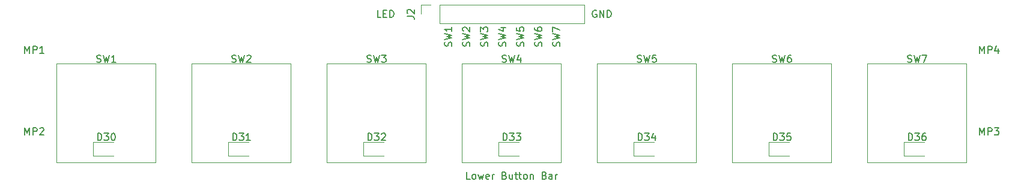
<source format=gbr>
%TF.GenerationSoftware,KiCad,Pcbnew,(5.1.9)-1*%
%TF.CreationDate,2021-05-15T10:40:31-04:00*%
%TF.ProjectId,LowerBar,4c6f7765-7242-4617-922e-6b696361645f,rev?*%
%TF.SameCoordinates,Original*%
%TF.FileFunction,Legend,Top*%
%TF.FilePolarity,Positive*%
%FSLAX46Y46*%
G04 Gerber Fmt 4.6, Leading zero omitted, Abs format (unit mm)*
G04 Created by KiCad (PCBNEW (5.1.9)-1) date 2021-05-15 10:40:31*
%MOMM*%
%LPD*%
G01*
G04 APERTURE LIST*
%ADD10C,0.150000*%
%ADD11C,0.120000*%
G04 APERTURE END LIST*
D10*
X190904761Y-60388333D02*
X190952380Y-60245476D01*
X190952380Y-60007380D01*
X190904761Y-59912142D01*
X190857142Y-59864523D01*
X190761904Y-59816904D01*
X190666666Y-59816904D01*
X190571428Y-59864523D01*
X190523809Y-59912142D01*
X190476190Y-60007380D01*
X190428571Y-60197857D01*
X190380952Y-60293095D01*
X190333333Y-60340714D01*
X190238095Y-60388333D01*
X190142857Y-60388333D01*
X190047619Y-60340714D01*
X190000000Y-60293095D01*
X189952380Y-60197857D01*
X189952380Y-59959761D01*
X190000000Y-59816904D01*
X189952380Y-59483571D02*
X190952380Y-59245476D01*
X190238095Y-59055000D01*
X190952380Y-58864523D01*
X189952380Y-58626428D01*
X189952380Y-58340714D02*
X189952380Y-57674047D01*
X190952380Y-58102619D01*
X188364761Y-60388333D02*
X188412380Y-60245476D01*
X188412380Y-60007380D01*
X188364761Y-59912142D01*
X188317142Y-59864523D01*
X188221904Y-59816904D01*
X188126666Y-59816904D01*
X188031428Y-59864523D01*
X187983809Y-59912142D01*
X187936190Y-60007380D01*
X187888571Y-60197857D01*
X187840952Y-60293095D01*
X187793333Y-60340714D01*
X187698095Y-60388333D01*
X187602857Y-60388333D01*
X187507619Y-60340714D01*
X187460000Y-60293095D01*
X187412380Y-60197857D01*
X187412380Y-59959761D01*
X187460000Y-59816904D01*
X187412380Y-59483571D02*
X188412380Y-59245476D01*
X187698095Y-59055000D01*
X188412380Y-58864523D01*
X187412380Y-58626428D01*
X187412380Y-57816904D02*
X187412380Y-58007380D01*
X187460000Y-58102619D01*
X187507619Y-58150238D01*
X187650476Y-58245476D01*
X187840952Y-58293095D01*
X188221904Y-58293095D01*
X188317142Y-58245476D01*
X188364761Y-58197857D01*
X188412380Y-58102619D01*
X188412380Y-57912142D01*
X188364761Y-57816904D01*
X188317142Y-57769285D01*
X188221904Y-57721666D01*
X187983809Y-57721666D01*
X187888571Y-57769285D01*
X187840952Y-57816904D01*
X187793333Y-57912142D01*
X187793333Y-58102619D01*
X187840952Y-58197857D01*
X187888571Y-58245476D01*
X187983809Y-58293095D01*
X185824761Y-60388333D02*
X185872380Y-60245476D01*
X185872380Y-60007380D01*
X185824761Y-59912142D01*
X185777142Y-59864523D01*
X185681904Y-59816904D01*
X185586666Y-59816904D01*
X185491428Y-59864523D01*
X185443809Y-59912142D01*
X185396190Y-60007380D01*
X185348571Y-60197857D01*
X185300952Y-60293095D01*
X185253333Y-60340714D01*
X185158095Y-60388333D01*
X185062857Y-60388333D01*
X184967619Y-60340714D01*
X184920000Y-60293095D01*
X184872380Y-60197857D01*
X184872380Y-59959761D01*
X184920000Y-59816904D01*
X184872380Y-59483571D02*
X185872380Y-59245476D01*
X185158095Y-59055000D01*
X185872380Y-58864523D01*
X184872380Y-58626428D01*
X184872380Y-57769285D02*
X184872380Y-58245476D01*
X185348571Y-58293095D01*
X185300952Y-58245476D01*
X185253333Y-58150238D01*
X185253333Y-57912142D01*
X185300952Y-57816904D01*
X185348571Y-57769285D01*
X185443809Y-57721666D01*
X185681904Y-57721666D01*
X185777142Y-57769285D01*
X185824761Y-57816904D01*
X185872380Y-57912142D01*
X185872380Y-58150238D01*
X185824761Y-58245476D01*
X185777142Y-58293095D01*
X183284761Y-60388333D02*
X183332380Y-60245476D01*
X183332380Y-60007380D01*
X183284761Y-59912142D01*
X183237142Y-59864523D01*
X183141904Y-59816904D01*
X183046666Y-59816904D01*
X182951428Y-59864523D01*
X182903809Y-59912142D01*
X182856190Y-60007380D01*
X182808571Y-60197857D01*
X182760952Y-60293095D01*
X182713333Y-60340714D01*
X182618095Y-60388333D01*
X182522857Y-60388333D01*
X182427619Y-60340714D01*
X182380000Y-60293095D01*
X182332380Y-60197857D01*
X182332380Y-59959761D01*
X182380000Y-59816904D01*
X182332380Y-59483571D02*
X183332380Y-59245476D01*
X182618095Y-59055000D01*
X183332380Y-58864523D01*
X182332380Y-58626428D01*
X182665714Y-57816904D02*
X183332380Y-57816904D01*
X182284761Y-58055000D02*
X182999047Y-58293095D01*
X182999047Y-57674047D01*
X180744761Y-60388333D02*
X180792380Y-60245476D01*
X180792380Y-60007380D01*
X180744761Y-59912142D01*
X180697142Y-59864523D01*
X180601904Y-59816904D01*
X180506666Y-59816904D01*
X180411428Y-59864523D01*
X180363809Y-59912142D01*
X180316190Y-60007380D01*
X180268571Y-60197857D01*
X180220952Y-60293095D01*
X180173333Y-60340714D01*
X180078095Y-60388333D01*
X179982857Y-60388333D01*
X179887619Y-60340714D01*
X179840000Y-60293095D01*
X179792380Y-60197857D01*
X179792380Y-59959761D01*
X179840000Y-59816904D01*
X179792380Y-59483571D02*
X180792380Y-59245476D01*
X180078095Y-59055000D01*
X180792380Y-58864523D01*
X179792380Y-58626428D01*
X179792380Y-58340714D02*
X179792380Y-57721666D01*
X180173333Y-58055000D01*
X180173333Y-57912142D01*
X180220952Y-57816904D01*
X180268571Y-57769285D01*
X180363809Y-57721666D01*
X180601904Y-57721666D01*
X180697142Y-57769285D01*
X180744761Y-57816904D01*
X180792380Y-57912142D01*
X180792380Y-58197857D01*
X180744761Y-58293095D01*
X180697142Y-58340714D01*
X178204761Y-60388333D02*
X178252380Y-60245476D01*
X178252380Y-60007380D01*
X178204761Y-59912142D01*
X178157142Y-59864523D01*
X178061904Y-59816904D01*
X177966666Y-59816904D01*
X177871428Y-59864523D01*
X177823809Y-59912142D01*
X177776190Y-60007380D01*
X177728571Y-60197857D01*
X177680952Y-60293095D01*
X177633333Y-60340714D01*
X177538095Y-60388333D01*
X177442857Y-60388333D01*
X177347619Y-60340714D01*
X177300000Y-60293095D01*
X177252380Y-60197857D01*
X177252380Y-59959761D01*
X177300000Y-59816904D01*
X177252380Y-59483571D02*
X178252380Y-59245476D01*
X177538095Y-59055000D01*
X178252380Y-58864523D01*
X177252380Y-58626428D01*
X177347619Y-58293095D02*
X177300000Y-58245476D01*
X177252380Y-58150238D01*
X177252380Y-57912142D01*
X177300000Y-57816904D01*
X177347619Y-57769285D01*
X177442857Y-57721666D01*
X177538095Y-57721666D01*
X177680952Y-57769285D01*
X178252380Y-58340714D01*
X178252380Y-57721666D01*
X175664761Y-60388333D02*
X175712380Y-60245476D01*
X175712380Y-60007380D01*
X175664761Y-59912142D01*
X175617142Y-59864523D01*
X175521904Y-59816904D01*
X175426666Y-59816904D01*
X175331428Y-59864523D01*
X175283809Y-59912142D01*
X175236190Y-60007380D01*
X175188571Y-60197857D01*
X175140952Y-60293095D01*
X175093333Y-60340714D01*
X174998095Y-60388333D01*
X174902857Y-60388333D01*
X174807619Y-60340714D01*
X174760000Y-60293095D01*
X174712380Y-60197857D01*
X174712380Y-59959761D01*
X174760000Y-59816904D01*
X174712380Y-59483571D02*
X175712380Y-59245476D01*
X174998095Y-59055000D01*
X175712380Y-58864523D01*
X174712380Y-58626428D01*
X175712380Y-57721666D02*
X175712380Y-58293095D01*
X175712380Y-58007380D02*
X174712380Y-58007380D01*
X174855238Y-58102619D01*
X174950476Y-58197857D01*
X174998095Y-58293095D01*
X165727142Y-56332380D02*
X165250952Y-56332380D01*
X165250952Y-55332380D01*
X166060476Y-55808571D02*
X166393809Y-55808571D01*
X166536666Y-56332380D02*
X166060476Y-56332380D01*
X166060476Y-55332380D01*
X166536666Y-55332380D01*
X166965238Y-56332380D02*
X166965238Y-55332380D01*
X167203333Y-55332380D01*
X167346190Y-55380000D01*
X167441428Y-55475238D01*
X167489047Y-55570476D01*
X167536666Y-55760952D01*
X167536666Y-55903809D01*
X167489047Y-56094285D01*
X167441428Y-56189523D01*
X167346190Y-56284761D01*
X167203333Y-56332380D01*
X166965238Y-56332380D01*
X196088095Y-55380000D02*
X195992857Y-55332380D01*
X195850000Y-55332380D01*
X195707142Y-55380000D01*
X195611904Y-55475238D01*
X195564285Y-55570476D01*
X195516666Y-55760952D01*
X195516666Y-55903809D01*
X195564285Y-56094285D01*
X195611904Y-56189523D01*
X195707142Y-56284761D01*
X195850000Y-56332380D01*
X195945238Y-56332380D01*
X196088095Y-56284761D01*
X196135714Y-56237142D01*
X196135714Y-55903809D01*
X195945238Y-55903809D01*
X196564285Y-56332380D02*
X196564285Y-55332380D01*
X197135714Y-56332380D01*
X197135714Y-55332380D01*
X197611904Y-56332380D02*
X197611904Y-55332380D01*
X197850000Y-55332380D01*
X197992857Y-55380000D01*
X198088095Y-55475238D01*
X198135714Y-55570476D01*
X198183333Y-55760952D01*
X198183333Y-55903809D01*
X198135714Y-56094285D01*
X198088095Y-56189523D01*
X197992857Y-56284761D01*
X197850000Y-56332380D01*
X197611904Y-56332380D01*
X178292857Y-79192380D02*
X177816666Y-79192380D01*
X177816666Y-78192380D01*
X178769047Y-79192380D02*
X178673809Y-79144761D01*
X178626190Y-79097142D01*
X178578571Y-79001904D01*
X178578571Y-78716190D01*
X178626190Y-78620952D01*
X178673809Y-78573333D01*
X178769047Y-78525714D01*
X178911904Y-78525714D01*
X179007142Y-78573333D01*
X179054761Y-78620952D01*
X179102380Y-78716190D01*
X179102380Y-79001904D01*
X179054761Y-79097142D01*
X179007142Y-79144761D01*
X178911904Y-79192380D01*
X178769047Y-79192380D01*
X179435714Y-78525714D02*
X179626190Y-79192380D01*
X179816666Y-78716190D01*
X180007142Y-79192380D01*
X180197619Y-78525714D01*
X180959523Y-79144761D02*
X180864285Y-79192380D01*
X180673809Y-79192380D01*
X180578571Y-79144761D01*
X180530952Y-79049523D01*
X180530952Y-78668571D01*
X180578571Y-78573333D01*
X180673809Y-78525714D01*
X180864285Y-78525714D01*
X180959523Y-78573333D01*
X181007142Y-78668571D01*
X181007142Y-78763809D01*
X180530952Y-78859047D01*
X181435714Y-79192380D02*
X181435714Y-78525714D01*
X181435714Y-78716190D02*
X181483333Y-78620952D01*
X181530952Y-78573333D01*
X181626190Y-78525714D01*
X181721428Y-78525714D01*
X183150000Y-78668571D02*
X183292857Y-78716190D01*
X183340476Y-78763809D01*
X183388095Y-78859047D01*
X183388095Y-79001904D01*
X183340476Y-79097142D01*
X183292857Y-79144761D01*
X183197619Y-79192380D01*
X182816666Y-79192380D01*
X182816666Y-78192380D01*
X183150000Y-78192380D01*
X183245238Y-78240000D01*
X183292857Y-78287619D01*
X183340476Y-78382857D01*
X183340476Y-78478095D01*
X183292857Y-78573333D01*
X183245238Y-78620952D01*
X183150000Y-78668571D01*
X182816666Y-78668571D01*
X184245238Y-78525714D02*
X184245238Y-79192380D01*
X183816666Y-78525714D02*
X183816666Y-79049523D01*
X183864285Y-79144761D01*
X183959523Y-79192380D01*
X184102380Y-79192380D01*
X184197619Y-79144761D01*
X184245238Y-79097142D01*
X184578571Y-78525714D02*
X184959523Y-78525714D01*
X184721428Y-78192380D02*
X184721428Y-79049523D01*
X184769047Y-79144761D01*
X184864285Y-79192380D01*
X184959523Y-79192380D01*
X185150000Y-78525714D02*
X185530952Y-78525714D01*
X185292857Y-78192380D02*
X185292857Y-79049523D01*
X185340476Y-79144761D01*
X185435714Y-79192380D01*
X185530952Y-79192380D01*
X186007142Y-79192380D02*
X185911904Y-79144761D01*
X185864285Y-79097142D01*
X185816666Y-79001904D01*
X185816666Y-78716190D01*
X185864285Y-78620952D01*
X185911904Y-78573333D01*
X186007142Y-78525714D01*
X186150000Y-78525714D01*
X186245238Y-78573333D01*
X186292857Y-78620952D01*
X186340476Y-78716190D01*
X186340476Y-79001904D01*
X186292857Y-79097142D01*
X186245238Y-79144761D01*
X186150000Y-79192380D01*
X186007142Y-79192380D01*
X186769047Y-78525714D02*
X186769047Y-79192380D01*
X186769047Y-78620952D02*
X186816666Y-78573333D01*
X186911904Y-78525714D01*
X187054761Y-78525714D01*
X187150000Y-78573333D01*
X187197619Y-78668571D01*
X187197619Y-79192380D01*
X188769047Y-78668571D02*
X188911904Y-78716190D01*
X188959523Y-78763809D01*
X189007142Y-78859047D01*
X189007142Y-79001904D01*
X188959523Y-79097142D01*
X188911904Y-79144761D01*
X188816666Y-79192380D01*
X188435714Y-79192380D01*
X188435714Y-78192380D01*
X188769047Y-78192380D01*
X188864285Y-78240000D01*
X188911904Y-78287619D01*
X188959523Y-78382857D01*
X188959523Y-78478095D01*
X188911904Y-78573333D01*
X188864285Y-78620952D01*
X188769047Y-78668571D01*
X188435714Y-78668571D01*
X189864285Y-79192380D02*
X189864285Y-78668571D01*
X189816666Y-78573333D01*
X189721428Y-78525714D01*
X189530952Y-78525714D01*
X189435714Y-78573333D01*
X189864285Y-79144761D02*
X189769047Y-79192380D01*
X189530952Y-79192380D01*
X189435714Y-79144761D01*
X189388095Y-79049523D01*
X189388095Y-78954285D01*
X189435714Y-78859047D01*
X189530952Y-78811428D01*
X189769047Y-78811428D01*
X189864285Y-78763809D01*
X190340476Y-79192380D02*
X190340476Y-78525714D01*
X190340476Y-78716190D02*
X190388095Y-78620952D01*
X190435714Y-78573333D01*
X190530952Y-78525714D01*
X190626190Y-78525714D01*
D11*
%TO.C,J2*%
X171390000Y-55880000D02*
X171390000Y-54550000D01*
X171390000Y-54550000D02*
X172720000Y-54550000D01*
X173990000Y-54550000D02*
X194370000Y-54550000D01*
X194370000Y-57210000D02*
X194370000Y-54550000D01*
X173990000Y-57210000D02*
X194370000Y-57210000D01*
X173990000Y-57210000D02*
X173990000Y-54550000D01*
%TO.C,D36*%
X239440000Y-75890000D02*
X242300000Y-75890000D01*
X239440000Y-73970000D02*
X239440000Y-75890000D01*
X242300000Y-73970000D02*
X239440000Y-73970000D01*
%TO.C,D35*%
X220390000Y-75890000D02*
X223250000Y-75890000D01*
X220390000Y-73970000D02*
X220390000Y-75890000D01*
X223250000Y-73970000D02*
X220390000Y-73970000D01*
%TO.C,D34*%
X201340000Y-75890000D02*
X204200000Y-75890000D01*
X201340000Y-73970000D02*
X201340000Y-75890000D01*
X204200000Y-73970000D02*
X201340000Y-73970000D01*
%TO.C,D33*%
X182290000Y-75890000D02*
X185150000Y-75890000D01*
X182290000Y-73970000D02*
X182290000Y-75890000D01*
X185150000Y-73970000D02*
X182290000Y-73970000D01*
%TO.C,D32*%
X163240000Y-75890000D02*
X166100000Y-75890000D01*
X163240000Y-73970000D02*
X163240000Y-75890000D01*
X166100000Y-73970000D02*
X163240000Y-73970000D01*
%TO.C,D31*%
X144190000Y-75890000D02*
X147050000Y-75890000D01*
X144190000Y-73970000D02*
X144190000Y-75890000D01*
X147050000Y-73970000D02*
X144190000Y-73970000D01*
%TO.C,D30*%
X125140000Y-75890000D02*
X128000000Y-75890000D01*
X125140000Y-73970000D02*
X125140000Y-75890000D01*
X128000000Y-73970000D02*
X125140000Y-73970000D01*
%TO.C,SW1*%
X120015000Y-67691000D02*
X120015000Y-76835000D01*
X133985000Y-75692000D02*
X133985000Y-75565000D01*
X133985000Y-76835000D02*
X133985000Y-75692000D01*
X127000000Y-76835000D02*
X120015000Y-76835000D01*
X127000000Y-76835000D02*
X133985000Y-76835000D01*
X120015000Y-62865000D02*
X120015000Y-67691000D01*
X133985000Y-75438000D02*
X133985000Y-62865000D01*
X127000000Y-62865000D02*
X120015000Y-62865000D01*
X127000000Y-62865000D02*
X133985000Y-62865000D01*
X133985000Y-75438000D02*
X133985000Y-75565000D01*
%TO.C,SW2*%
X153035000Y-75438000D02*
X153035000Y-75565000D01*
X146050000Y-62865000D02*
X153035000Y-62865000D01*
X146050000Y-62865000D02*
X139065000Y-62865000D01*
X153035000Y-75438000D02*
X153035000Y-62865000D01*
X139065000Y-62865000D02*
X139065000Y-67691000D01*
X146050000Y-76835000D02*
X153035000Y-76835000D01*
X146050000Y-76835000D02*
X139065000Y-76835000D01*
X153035000Y-76835000D02*
X153035000Y-75692000D01*
X153035000Y-75692000D02*
X153035000Y-75565000D01*
X139065000Y-67691000D02*
X139065000Y-76835000D01*
%TO.C,SW3*%
X158115000Y-67691000D02*
X158115000Y-76835000D01*
X172085000Y-75692000D02*
X172085000Y-75565000D01*
X172085000Y-76835000D02*
X172085000Y-75692000D01*
X165100000Y-76835000D02*
X158115000Y-76835000D01*
X165100000Y-76835000D02*
X172085000Y-76835000D01*
X158115000Y-62865000D02*
X158115000Y-67691000D01*
X172085000Y-75438000D02*
X172085000Y-62865000D01*
X165100000Y-62865000D02*
X158115000Y-62865000D01*
X165100000Y-62865000D02*
X172085000Y-62865000D01*
X172085000Y-75438000D02*
X172085000Y-75565000D01*
%TO.C,SW4*%
X191135000Y-75438000D02*
X191135000Y-75565000D01*
X184150000Y-62865000D02*
X191135000Y-62865000D01*
X184150000Y-62865000D02*
X177165000Y-62865000D01*
X191135000Y-75438000D02*
X191135000Y-62865000D01*
X177165000Y-62865000D02*
X177165000Y-67691000D01*
X184150000Y-76835000D02*
X191135000Y-76835000D01*
X184150000Y-76835000D02*
X177165000Y-76835000D01*
X191135000Y-76835000D02*
X191135000Y-75692000D01*
X191135000Y-75692000D02*
X191135000Y-75565000D01*
X177165000Y-67691000D02*
X177165000Y-76835000D01*
%TO.C,SW5*%
X196215000Y-67691000D02*
X196215000Y-76835000D01*
X210185000Y-75692000D02*
X210185000Y-75565000D01*
X210185000Y-76835000D02*
X210185000Y-75692000D01*
X203200000Y-76835000D02*
X196215000Y-76835000D01*
X203200000Y-76835000D02*
X210185000Y-76835000D01*
X196215000Y-62865000D02*
X196215000Y-67691000D01*
X210185000Y-75438000D02*
X210185000Y-62865000D01*
X203200000Y-62865000D02*
X196215000Y-62865000D01*
X203200000Y-62865000D02*
X210185000Y-62865000D01*
X210185000Y-75438000D02*
X210185000Y-75565000D01*
%TO.C,SW6*%
X229235000Y-75438000D02*
X229235000Y-75565000D01*
X222250000Y-62865000D02*
X229235000Y-62865000D01*
X222250000Y-62865000D02*
X215265000Y-62865000D01*
X229235000Y-75438000D02*
X229235000Y-62865000D01*
X215265000Y-62865000D02*
X215265000Y-67691000D01*
X222250000Y-76835000D02*
X229235000Y-76835000D01*
X222250000Y-76835000D02*
X215265000Y-76835000D01*
X229235000Y-76835000D02*
X229235000Y-75692000D01*
X229235000Y-75692000D02*
X229235000Y-75565000D01*
X215265000Y-67691000D02*
X215265000Y-76835000D01*
%TO.C,SW7*%
X234315000Y-67691000D02*
X234315000Y-76835000D01*
X248285000Y-75692000D02*
X248285000Y-75565000D01*
X248285000Y-76835000D02*
X248285000Y-75692000D01*
X241300000Y-76835000D02*
X234315000Y-76835000D01*
X241300000Y-76835000D02*
X248285000Y-76835000D01*
X234315000Y-62865000D02*
X234315000Y-67691000D01*
X248285000Y-75438000D02*
X248285000Y-62865000D01*
X241300000Y-62865000D02*
X234315000Y-62865000D01*
X241300000Y-62865000D02*
X248285000Y-62865000D01*
X248285000Y-75438000D02*
X248285000Y-75565000D01*
%TO.C,J2*%
D10*
X169402380Y-56213333D02*
X170116666Y-56213333D01*
X170259523Y-56260952D01*
X170354761Y-56356190D01*
X170402380Y-56499047D01*
X170402380Y-56594285D01*
X169497619Y-55784761D02*
X169450000Y-55737142D01*
X169402380Y-55641904D01*
X169402380Y-55403809D01*
X169450000Y-55308571D01*
X169497619Y-55260952D01*
X169592857Y-55213333D01*
X169688095Y-55213333D01*
X169830952Y-55260952D01*
X170402380Y-55832380D01*
X170402380Y-55213333D01*
%TO.C,D36*%
X240085714Y-73732380D02*
X240085714Y-72732380D01*
X240323809Y-72732380D01*
X240466666Y-72780000D01*
X240561904Y-72875238D01*
X240609523Y-72970476D01*
X240657142Y-73160952D01*
X240657142Y-73303809D01*
X240609523Y-73494285D01*
X240561904Y-73589523D01*
X240466666Y-73684761D01*
X240323809Y-73732380D01*
X240085714Y-73732380D01*
X240990476Y-72732380D02*
X241609523Y-72732380D01*
X241276190Y-73113333D01*
X241419047Y-73113333D01*
X241514285Y-73160952D01*
X241561904Y-73208571D01*
X241609523Y-73303809D01*
X241609523Y-73541904D01*
X241561904Y-73637142D01*
X241514285Y-73684761D01*
X241419047Y-73732380D01*
X241133333Y-73732380D01*
X241038095Y-73684761D01*
X240990476Y-73637142D01*
X242466666Y-72732380D02*
X242276190Y-72732380D01*
X242180952Y-72780000D01*
X242133333Y-72827619D01*
X242038095Y-72970476D01*
X241990476Y-73160952D01*
X241990476Y-73541904D01*
X242038095Y-73637142D01*
X242085714Y-73684761D01*
X242180952Y-73732380D01*
X242371428Y-73732380D01*
X242466666Y-73684761D01*
X242514285Y-73637142D01*
X242561904Y-73541904D01*
X242561904Y-73303809D01*
X242514285Y-73208571D01*
X242466666Y-73160952D01*
X242371428Y-73113333D01*
X242180952Y-73113333D01*
X242085714Y-73160952D01*
X242038095Y-73208571D01*
X241990476Y-73303809D01*
%TO.C,D35*%
X221035714Y-73732380D02*
X221035714Y-72732380D01*
X221273809Y-72732380D01*
X221416666Y-72780000D01*
X221511904Y-72875238D01*
X221559523Y-72970476D01*
X221607142Y-73160952D01*
X221607142Y-73303809D01*
X221559523Y-73494285D01*
X221511904Y-73589523D01*
X221416666Y-73684761D01*
X221273809Y-73732380D01*
X221035714Y-73732380D01*
X221940476Y-72732380D02*
X222559523Y-72732380D01*
X222226190Y-73113333D01*
X222369047Y-73113333D01*
X222464285Y-73160952D01*
X222511904Y-73208571D01*
X222559523Y-73303809D01*
X222559523Y-73541904D01*
X222511904Y-73637142D01*
X222464285Y-73684761D01*
X222369047Y-73732380D01*
X222083333Y-73732380D01*
X221988095Y-73684761D01*
X221940476Y-73637142D01*
X223464285Y-72732380D02*
X222988095Y-72732380D01*
X222940476Y-73208571D01*
X222988095Y-73160952D01*
X223083333Y-73113333D01*
X223321428Y-73113333D01*
X223416666Y-73160952D01*
X223464285Y-73208571D01*
X223511904Y-73303809D01*
X223511904Y-73541904D01*
X223464285Y-73637142D01*
X223416666Y-73684761D01*
X223321428Y-73732380D01*
X223083333Y-73732380D01*
X222988095Y-73684761D01*
X222940476Y-73637142D01*
%TO.C,D34*%
X201985714Y-73732380D02*
X201985714Y-72732380D01*
X202223809Y-72732380D01*
X202366666Y-72780000D01*
X202461904Y-72875238D01*
X202509523Y-72970476D01*
X202557142Y-73160952D01*
X202557142Y-73303809D01*
X202509523Y-73494285D01*
X202461904Y-73589523D01*
X202366666Y-73684761D01*
X202223809Y-73732380D01*
X201985714Y-73732380D01*
X202890476Y-72732380D02*
X203509523Y-72732380D01*
X203176190Y-73113333D01*
X203319047Y-73113333D01*
X203414285Y-73160952D01*
X203461904Y-73208571D01*
X203509523Y-73303809D01*
X203509523Y-73541904D01*
X203461904Y-73637142D01*
X203414285Y-73684761D01*
X203319047Y-73732380D01*
X203033333Y-73732380D01*
X202938095Y-73684761D01*
X202890476Y-73637142D01*
X204366666Y-73065714D02*
X204366666Y-73732380D01*
X204128571Y-72684761D02*
X203890476Y-73399047D01*
X204509523Y-73399047D01*
%TO.C,D33*%
X182935714Y-73732380D02*
X182935714Y-72732380D01*
X183173809Y-72732380D01*
X183316666Y-72780000D01*
X183411904Y-72875238D01*
X183459523Y-72970476D01*
X183507142Y-73160952D01*
X183507142Y-73303809D01*
X183459523Y-73494285D01*
X183411904Y-73589523D01*
X183316666Y-73684761D01*
X183173809Y-73732380D01*
X182935714Y-73732380D01*
X183840476Y-72732380D02*
X184459523Y-72732380D01*
X184126190Y-73113333D01*
X184269047Y-73113333D01*
X184364285Y-73160952D01*
X184411904Y-73208571D01*
X184459523Y-73303809D01*
X184459523Y-73541904D01*
X184411904Y-73637142D01*
X184364285Y-73684761D01*
X184269047Y-73732380D01*
X183983333Y-73732380D01*
X183888095Y-73684761D01*
X183840476Y-73637142D01*
X184792857Y-72732380D02*
X185411904Y-72732380D01*
X185078571Y-73113333D01*
X185221428Y-73113333D01*
X185316666Y-73160952D01*
X185364285Y-73208571D01*
X185411904Y-73303809D01*
X185411904Y-73541904D01*
X185364285Y-73637142D01*
X185316666Y-73684761D01*
X185221428Y-73732380D01*
X184935714Y-73732380D01*
X184840476Y-73684761D01*
X184792857Y-73637142D01*
%TO.C,D32*%
X163885714Y-73732380D02*
X163885714Y-72732380D01*
X164123809Y-72732380D01*
X164266666Y-72780000D01*
X164361904Y-72875238D01*
X164409523Y-72970476D01*
X164457142Y-73160952D01*
X164457142Y-73303809D01*
X164409523Y-73494285D01*
X164361904Y-73589523D01*
X164266666Y-73684761D01*
X164123809Y-73732380D01*
X163885714Y-73732380D01*
X164790476Y-72732380D02*
X165409523Y-72732380D01*
X165076190Y-73113333D01*
X165219047Y-73113333D01*
X165314285Y-73160952D01*
X165361904Y-73208571D01*
X165409523Y-73303809D01*
X165409523Y-73541904D01*
X165361904Y-73637142D01*
X165314285Y-73684761D01*
X165219047Y-73732380D01*
X164933333Y-73732380D01*
X164838095Y-73684761D01*
X164790476Y-73637142D01*
X165790476Y-72827619D02*
X165838095Y-72780000D01*
X165933333Y-72732380D01*
X166171428Y-72732380D01*
X166266666Y-72780000D01*
X166314285Y-72827619D01*
X166361904Y-72922857D01*
X166361904Y-73018095D01*
X166314285Y-73160952D01*
X165742857Y-73732380D01*
X166361904Y-73732380D01*
%TO.C,D31*%
X144835714Y-73732380D02*
X144835714Y-72732380D01*
X145073809Y-72732380D01*
X145216666Y-72780000D01*
X145311904Y-72875238D01*
X145359523Y-72970476D01*
X145407142Y-73160952D01*
X145407142Y-73303809D01*
X145359523Y-73494285D01*
X145311904Y-73589523D01*
X145216666Y-73684761D01*
X145073809Y-73732380D01*
X144835714Y-73732380D01*
X145740476Y-72732380D02*
X146359523Y-72732380D01*
X146026190Y-73113333D01*
X146169047Y-73113333D01*
X146264285Y-73160952D01*
X146311904Y-73208571D01*
X146359523Y-73303809D01*
X146359523Y-73541904D01*
X146311904Y-73637142D01*
X146264285Y-73684761D01*
X146169047Y-73732380D01*
X145883333Y-73732380D01*
X145788095Y-73684761D01*
X145740476Y-73637142D01*
X147311904Y-73732380D02*
X146740476Y-73732380D01*
X147026190Y-73732380D02*
X147026190Y-72732380D01*
X146930952Y-72875238D01*
X146835714Y-72970476D01*
X146740476Y-73018095D01*
%TO.C,D30*%
X125785714Y-73732380D02*
X125785714Y-72732380D01*
X126023809Y-72732380D01*
X126166666Y-72780000D01*
X126261904Y-72875238D01*
X126309523Y-72970476D01*
X126357142Y-73160952D01*
X126357142Y-73303809D01*
X126309523Y-73494285D01*
X126261904Y-73589523D01*
X126166666Y-73684761D01*
X126023809Y-73732380D01*
X125785714Y-73732380D01*
X126690476Y-72732380D02*
X127309523Y-72732380D01*
X126976190Y-73113333D01*
X127119047Y-73113333D01*
X127214285Y-73160952D01*
X127261904Y-73208571D01*
X127309523Y-73303809D01*
X127309523Y-73541904D01*
X127261904Y-73637142D01*
X127214285Y-73684761D01*
X127119047Y-73732380D01*
X126833333Y-73732380D01*
X126738095Y-73684761D01*
X126690476Y-73637142D01*
X127928571Y-72732380D02*
X128023809Y-72732380D01*
X128119047Y-72780000D01*
X128166666Y-72827619D01*
X128214285Y-72922857D01*
X128261904Y-73113333D01*
X128261904Y-73351428D01*
X128214285Y-73541904D01*
X128166666Y-73637142D01*
X128119047Y-73684761D01*
X128023809Y-73732380D01*
X127928571Y-73732380D01*
X127833333Y-73684761D01*
X127785714Y-73637142D01*
X127738095Y-73541904D01*
X127690476Y-73351428D01*
X127690476Y-73113333D01*
X127738095Y-72922857D01*
X127785714Y-72827619D01*
X127833333Y-72780000D01*
X127928571Y-72732380D01*
%TO.C,MP3*%
X250150476Y-72952380D02*
X250150476Y-71952380D01*
X250483809Y-72666666D01*
X250817142Y-71952380D01*
X250817142Y-72952380D01*
X251293333Y-72952380D02*
X251293333Y-71952380D01*
X251674285Y-71952380D01*
X251769523Y-72000000D01*
X251817142Y-72047619D01*
X251864761Y-72142857D01*
X251864761Y-72285714D01*
X251817142Y-72380952D01*
X251769523Y-72428571D01*
X251674285Y-72476190D01*
X251293333Y-72476190D01*
X252198095Y-71952380D02*
X252817142Y-71952380D01*
X252483809Y-72333333D01*
X252626666Y-72333333D01*
X252721904Y-72380952D01*
X252769523Y-72428571D01*
X252817142Y-72523809D01*
X252817142Y-72761904D01*
X252769523Y-72857142D01*
X252721904Y-72904761D01*
X252626666Y-72952380D01*
X252340952Y-72952380D01*
X252245714Y-72904761D01*
X252198095Y-72857142D01*
%TO.C,MP4*%
X250150476Y-61412380D02*
X250150476Y-60412380D01*
X250483809Y-61126666D01*
X250817142Y-60412380D01*
X250817142Y-61412380D01*
X251293333Y-61412380D02*
X251293333Y-60412380D01*
X251674285Y-60412380D01*
X251769523Y-60460000D01*
X251817142Y-60507619D01*
X251864761Y-60602857D01*
X251864761Y-60745714D01*
X251817142Y-60840952D01*
X251769523Y-60888571D01*
X251674285Y-60936190D01*
X251293333Y-60936190D01*
X252721904Y-60745714D02*
X252721904Y-61412380D01*
X252483809Y-60364761D02*
X252245714Y-61079047D01*
X252864761Y-61079047D01*
%TO.C,MP1*%
X115530476Y-61412380D02*
X115530476Y-60412380D01*
X115863809Y-61126666D01*
X116197142Y-60412380D01*
X116197142Y-61412380D01*
X116673333Y-61412380D02*
X116673333Y-60412380D01*
X117054285Y-60412380D01*
X117149523Y-60460000D01*
X117197142Y-60507619D01*
X117244761Y-60602857D01*
X117244761Y-60745714D01*
X117197142Y-60840952D01*
X117149523Y-60888571D01*
X117054285Y-60936190D01*
X116673333Y-60936190D01*
X118197142Y-61412380D02*
X117625714Y-61412380D01*
X117911428Y-61412380D02*
X117911428Y-60412380D01*
X117816190Y-60555238D01*
X117720952Y-60650476D01*
X117625714Y-60698095D01*
%TO.C,MP2*%
X115530476Y-72952380D02*
X115530476Y-71952380D01*
X115863809Y-72666666D01*
X116197142Y-71952380D01*
X116197142Y-72952380D01*
X116673333Y-72952380D02*
X116673333Y-71952380D01*
X117054285Y-71952380D01*
X117149523Y-72000000D01*
X117197142Y-72047619D01*
X117244761Y-72142857D01*
X117244761Y-72285714D01*
X117197142Y-72380952D01*
X117149523Y-72428571D01*
X117054285Y-72476190D01*
X116673333Y-72476190D01*
X117625714Y-72047619D02*
X117673333Y-72000000D01*
X117768571Y-71952380D01*
X118006666Y-71952380D01*
X118101904Y-72000000D01*
X118149523Y-72047619D01*
X118197142Y-72142857D01*
X118197142Y-72238095D01*
X118149523Y-72380952D01*
X117578095Y-72952380D01*
X118197142Y-72952380D01*
%TO.C,SW1*%
X125666666Y-62634761D02*
X125809523Y-62682380D01*
X126047619Y-62682380D01*
X126142857Y-62634761D01*
X126190476Y-62587142D01*
X126238095Y-62491904D01*
X126238095Y-62396666D01*
X126190476Y-62301428D01*
X126142857Y-62253809D01*
X126047619Y-62206190D01*
X125857142Y-62158571D01*
X125761904Y-62110952D01*
X125714285Y-62063333D01*
X125666666Y-61968095D01*
X125666666Y-61872857D01*
X125714285Y-61777619D01*
X125761904Y-61730000D01*
X125857142Y-61682380D01*
X126095238Y-61682380D01*
X126238095Y-61730000D01*
X126571428Y-61682380D02*
X126809523Y-62682380D01*
X127000000Y-61968095D01*
X127190476Y-62682380D01*
X127428571Y-61682380D01*
X128333333Y-62682380D02*
X127761904Y-62682380D01*
X128047619Y-62682380D02*
X128047619Y-61682380D01*
X127952380Y-61825238D01*
X127857142Y-61920476D01*
X127761904Y-61968095D01*
%TO.C,SW2*%
X144716666Y-62634761D02*
X144859523Y-62682380D01*
X145097619Y-62682380D01*
X145192857Y-62634761D01*
X145240476Y-62587142D01*
X145288095Y-62491904D01*
X145288095Y-62396666D01*
X145240476Y-62301428D01*
X145192857Y-62253809D01*
X145097619Y-62206190D01*
X144907142Y-62158571D01*
X144811904Y-62110952D01*
X144764285Y-62063333D01*
X144716666Y-61968095D01*
X144716666Y-61872857D01*
X144764285Y-61777619D01*
X144811904Y-61730000D01*
X144907142Y-61682380D01*
X145145238Y-61682380D01*
X145288095Y-61730000D01*
X145621428Y-61682380D02*
X145859523Y-62682380D01*
X146050000Y-61968095D01*
X146240476Y-62682380D01*
X146478571Y-61682380D01*
X146811904Y-61777619D02*
X146859523Y-61730000D01*
X146954761Y-61682380D01*
X147192857Y-61682380D01*
X147288095Y-61730000D01*
X147335714Y-61777619D01*
X147383333Y-61872857D01*
X147383333Y-61968095D01*
X147335714Y-62110952D01*
X146764285Y-62682380D01*
X147383333Y-62682380D01*
%TO.C,SW3*%
X163766666Y-62634761D02*
X163909523Y-62682380D01*
X164147619Y-62682380D01*
X164242857Y-62634761D01*
X164290476Y-62587142D01*
X164338095Y-62491904D01*
X164338095Y-62396666D01*
X164290476Y-62301428D01*
X164242857Y-62253809D01*
X164147619Y-62206190D01*
X163957142Y-62158571D01*
X163861904Y-62110952D01*
X163814285Y-62063333D01*
X163766666Y-61968095D01*
X163766666Y-61872857D01*
X163814285Y-61777619D01*
X163861904Y-61730000D01*
X163957142Y-61682380D01*
X164195238Y-61682380D01*
X164338095Y-61730000D01*
X164671428Y-61682380D02*
X164909523Y-62682380D01*
X165100000Y-61968095D01*
X165290476Y-62682380D01*
X165528571Y-61682380D01*
X165814285Y-61682380D02*
X166433333Y-61682380D01*
X166100000Y-62063333D01*
X166242857Y-62063333D01*
X166338095Y-62110952D01*
X166385714Y-62158571D01*
X166433333Y-62253809D01*
X166433333Y-62491904D01*
X166385714Y-62587142D01*
X166338095Y-62634761D01*
X166242857Y-62682380D01*
X165957142Y-62682380D01*
X165861904Y-62634761D01*
X165814285Y-62587142D01*
%TO.C,SW4*%
X182816666Y-62634761D02*
X182959523Y-62682380D01*
X183197619Y-62682380D01*
X183292857Y-62634761D01*
X183340476Y-62587142D01*
X183388095Y-62491904D01*
X183388095Y-62396666D01*
X183340476Y-62301428D01*
X183292857Y-62253809D01*
X183197619Y-62206190D01*
X183007142Y-62158571D01*
X182911904Y-62110952D01*
X182864285Y-62063333D01*
X182816666Y-61968095D01*
X182816666Y-61872857D01*
X182864285Y-61777619D01*
X182911904Y-61730000D01*
X183007142Y-61682380D01*
X183245238Y-61682380D01*
X183388095Y-61730000D01*
X183721428Y-61682380D02*
X183959523Y-62682380D01*
X184150000Y-61968095D01*
X184340476Y-62682380D01*
X184578571Y-61682380D01*
X185388095Y-62015714D02*
X185388095Y-62682380D01*
X185150000Y-61634761D02*
X184911904Y-62349047D01*
X185530952Y-62349047D01*
%TO.C,SW5*%
X201866666Y-62634761D02*
X202009523Y-62682380D01*
X202247619Y-62682380D01*
X202342857Y-62634761D01*
X202390476Y-62587142D01*
X202438095Y-62491904D01*
X202438095Y-62396666D01*
X202390476Y-62301428D01*
X202342857Y-62253809D01*
X202247619Y-62206190D01*
X202057142Y-62158571D01*
X201961904Y-62110952D01*
X201914285Y-62063333D01*
X201866666Y-61968095D01*
X201866666Y-61872857D01*
X201914285Y-61777619D01*
X201961904Y-61730000D01*
X202057142Y-61682380D01*
X202295238Y-61682380D01*
X202438095Y-61730000D01*
X202771428Y-61682380D02*
X203009523Y-62682380D01*
X203200000Y-61968095D01*
X203390476Y-62682380D01*
X203628571Y-61682380D01*
X204485714Y-61682380D02*
X204009523Y-61682380D01*
X203961904Y-62158571D01*
X204009523Y-62110952D01*
X204104761Y-62063333D01*
X204342857Y-62063333D01*
X204438095Y-62110952D01*
X204485714Y-62158571D01*
X204533333Y-62253809D01*
X204533333Y-62491904D01*
X204485714Y-62587142D01*
X204438095Y-62634761D01*
X204342857Y-62682380D01*
X204104761Y-62682380D01*
X204009523Y-62634761D01*
X203961904Y-62587142D01*
%TO.C,SW6*%
X220916666Y-62634761D02*
X221059523Y-62682380D01*
X221297619Y-62682380D01*
X221392857Y-62634761D01*
X221440476Y-62587142D01*
X221488095Y-62491904D01*
X221488095Y-62396666D01*
X221440476Y-62301428D01*
X221392857Y-62253809D01*
X221297619Y-62206190D01*
X221107142Y-62158571D01*
X221011904Y-62110952D01*
X220964285Y-62063333D01*
X220916666Y-61968095D01*
X220916666Y-61872857D01*
X220964285Y-61777619D01*
X221011904Y-61730000D01*
X221107142Y-61682380D01*
X221345238Y-61682380D01*
X221488095Y-61730000D01*
X221821428Y-61682380D02*
X222059523Y-62682380D01*
X222250000Y-61968095D01*
X222440476Y-62682380D01*
X222678571Y-61682380D01*
X223488095Y-61682380D02*
X223297619Y-61682380D01*
X223202380Y-61730000D01*
X223154761Y-61777619D01*
X223059523Y-61920476D01*
X223011904Y-62110952D01*
X223011904Y-62491904D01*
X223059523Y-62587142D01*
X223107142Y-62634761D01*
X223202380Y-62682380D01*
X223392857Y-62682380D01*
X223488095Y-62634761D01*
X223535714Y-62587142D01*
X223583333Y-62491904D01*
X223583333Y-62253809D01*
X223535714Y-62158571D01*
X223488095Y-62110952D01*
X223392857Y-62063333D01*
X223202380Y-62063333D01*
X223107142Y-62110952D01*
X223059523Y-62158571D01*
X223011904Y-62253809D01*
%TO.C,SW7*%
X239966666Y-62634761D02*
X240109523Y-62682380D01*
X240347619Y-62682380D01*
X240442857Y-62634761D01*
X240490476Y-62587142D01*
X240538095Y-62491904D01*
X240538095Y-62396666D01*
X240490476Y-62301428D01*
X240442857Y-62253809D01*
X240347619Y-62206190D01*
X240157142Y-62158571D01*
X240061904Y-62110952D01*
X240014285Y-62063333D01*
X239966666Y-61968095D01*
X239966666Y-61872857D01*
X240014285Y-61777619D01*
X240061904Y-61730000D01*
X240157142Y-61682380D01*
X240395238Y-61682380D01*
X240538095Y-61730000D01*
X240871428Y-61682380D02*
X241109523Y-62682380D01*
X241300000Y-61968095D01*
X241490476Y-62682380D01*
X241728571Y-61682380D01*
X242014285Y-61682380D02*
X242680952Y-61682380D01*
X242252380Y-62682380D01*
%TD*%
M02*

</source>
